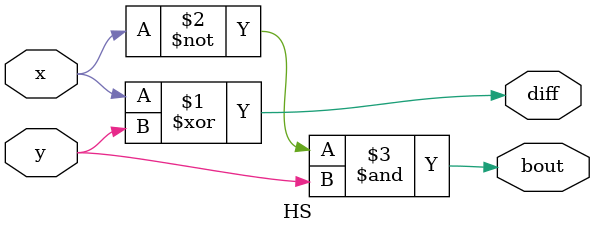
<source format=v>
module HS(x, y, diff, bout);
input x, y;
output diff, bout;

assign diff = x ^ y;
assign bout = ~x & y;

endmodule

</source>
